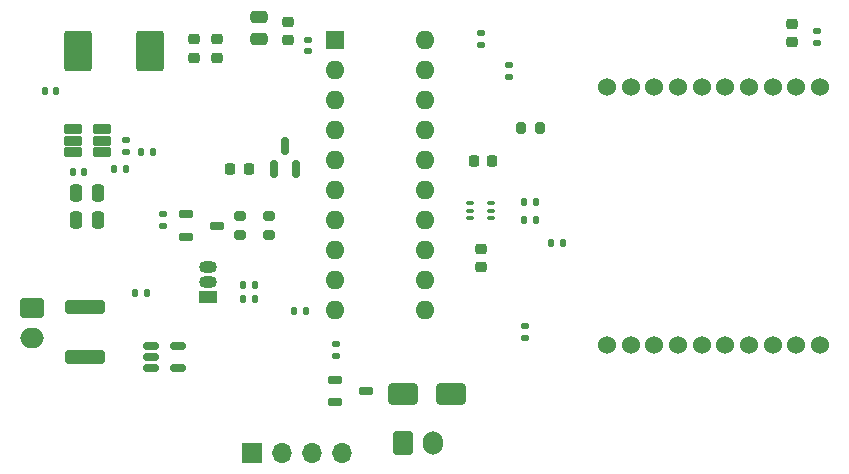
<source format=gts>
G04 #@! TF.GenerationSoftware,KiCad,Pcbnew,8.0.6*
G04 #@! TF.CreationDate,2025-02-16T16:22:00-07:00*
G04 #@! TF.ProjectId,PACS_1.0,50414353-5f31-42e3-902e-6b696361645f,rev?*
G04 #@! TF.SameCoordinates,Original*
G04 #@! TF.FileFunction,Soldermask,Top*
G04 #@! TF.FilePolarity,Negative*
%FSLAX46Y46*%
G04 Gerber Fmt 4.6, Leading zero omitted, Abs format (unit mm)*
G04 Created by KiCad (PCBNEW 8.0.6) date 2025-02-16 16:22:00*
%MOMM*%
%LPD*%
G01*
G04 APERTURE LIST*
G04 Aperture macros list*
%AMRoundRect*
0 Rectangle with rounded corners*
0 $1 Rounding radius*
0 $2 $3 $4 $5 $6 $7 $8 $9 X,Y pos of 4 corners*
0 Add a 4 corners polygon primitive as box body*
4,1,4,$2,$3,$4,$5,$6,$7,$8,$9,$2,$3,0*
0 Add four circle primitives for the rounded corners*
1,1,$1+$1,$2,$3*
1,1,$1+$1,$4,$5*
1,1,$1+$1,$6,$7*
1,1,$1+$1,$8,$9*
0 Add four rect primitives between the rounded corners*
20,1,$1+$1,$2,$3,$4,$5,0*
20,1,$1+$1,$4,$5,$6,$7,0*
20,1,$1+$1,$6,$7,$8,$9,0*
20,1,$1+$1,$8,$9,$2,$3,0*%
G04 Aperture macros list end*
%ADD10R,1.500000X1.050000*%
%ADD11O,1.500000X1.050000*%
%ADD12RoundRect,0.140000X-0.140000X-0.170000X0.140000X-0.170000X0.140000X0.170000X-0.140000X0.170000X0*%
%ADD13RoundRect,0.135000X-0.135000X-0.185000X0.135000X-0.185000X0.135000X0.185000X-0.135000X0.185000X0*%
%ADD14R,1.600000X1.600000*%
%ADD15O,1.600000X1.600000*%
%ADD16RoundRect,0.200000X0.200000X0.275000X-0.200000X0.275000X-0.200000X-0.275000X0.200000X-0.275000X0*%
%ADD17RoundRect,0.150000X0.150000X-0.587500X0.150000X0.587500X-0.150000X0.587500X-0.150000X-0.587500X0*%
%ADD18RoundRect,0.135000X-0.185000X0.135000X-0.185000X-0.135000X0.185000X-0.135000X0.185000X0.135000X0*%
%ADD19RoundRect,0.225000X0.250000X-0.225000X0.250000X0.225000X-0.250000X0.225000X-0.250000X-0.225000X0*%
%ADD20RoundRect,0.075000X-0.250000X-0.075000X0.250000X-0.075000X0.250000X0.075000X-0.250000X0.075000X0*%
%ADD21RoundRect,0.135000X0.135000X0.185000X-0.135000X0.185000X-0.135000X-0.185000X0.135000X-0.185000X0*%
%ADD22RoundRect,0.250000X-0.250000X-0.475000X0.250000X-0.475000X0.250000X0.475000X-0.250000X0.475000X0*%
%ADD23R,1.700000X1.700000*%
%ADD24O,1.700000X1.700000*%
%ADD25RoundRect,0.225000X-0.225000X-0.250000X0.225000X-0.250000X0.225000X0.250000X-0.225000X0.250000X0*%
%ADD26RoundRect,0.250000X-0.750000X0.600000X-0.750000X-0.600000X0.750000X-0.600000X0.750000X0.600000X0*%
%ADD27O,2.000000X1.700000*%
%ADD28RoundRect,0.162500X-0.447500X-0.162500X0.447500X-0.162500X0.447500X0.162500X-0.447500X0.162500X0*%
%ADD29RoundRect,0.140000X0.140000X0.170000X-0.140000X0.170000X-0.140000X-0.170000X0.140000X-0.170000X0*%
%ADD30RoundRect,0.225000X-0.250000X0.225000X-0.250000X-0.225000X0.250000X-0.225000X0.250000X0.225000X0*%
%ADD31RoundRect,0.250000X1.000000X0.650000X-1.000000X0.650000X-1.000000X-0.650000X1.000000X-0.650000X0*%
%ADD32RoundRect,0.099250X-0.627750X-0.297750X0.627750X-0.297750X0.627750X0.297750X-0.627750X0.297750X0*%
%ADD33RoundRect,0.250000X-1.450000X0.312500X-1.450000X-0.312500X1.450000X-0.312500X1.450000X0.312500X0*%
%ADD34RoundRect,0.200000X0.275000X-0.200000X0.275000X0.200000X-0.275000X0.200000X-0.275000X-0.200000X0*%
%ADD35RoundRect,0.135000X0.185000X-0.135000X0.185000X0.135000X-0.185000X0.135000X-0.185000X-0.135000X0*%
%ADD36RoundRect,0.140000X-0.170000X0.140000X-0.170000X-0.140000X0.170000X-0.140000X0.170000X0.140000X0*%
%ADD37RoundRect,0.140000X0.170000X-0.140000X0.170000X0.140000X-0.170000X0.140000X-0.170000X-0.140000X0*%
%ADD38RoundRect,0.250000X-0.600000X-0.750000X0.600000X-0.750000X0.600000X0.750000X-0.600000X0.750000X0*%
%ADD39O,1.700000X2.000000*%
%ADD40RoundRect,0.250000X0.475000X-0.250000X0.475000X0.250000X-0.475000X0.250000X-0.475000X-0.250000X0*%
%ADD41RoundRect,0.235000X-0.940000X-1.465000X0.940000X-1.465000X0.940000X1.465000X-0.940000X1.465000X0*%
%ADD42C,1.524000*%
%ADD43RoundRect,0.150000X-0.512500X-0.150000X0.512500X-0.150000X0.512500X0.150000X-0.512500X0.150000X0*%
G04 APERTURE END LIST*
D10*
X160925000Y-96020000D03*
D11*
X160925000Y-94750000D03*
X160925000Y-93480000D03*
D12*
X149520000Y-85500000D03*
X150480000Y-85500000D03*
D13*
X168240000Y-97250000D03*
X169260000Y-97250000D03*
X189990000Y-91500000D03*
X191010000Y-91500000D03*
D14*
X171700000Y-74325000D03*
D15*
X171700000Y-76865000D03*
X171700000Y-79405000D03*
X171700000Y-81945000D03*
X171700000Y-84485000D03*
X171700000Y-87025000D03*
X171700000Y-89565000D03*
X171700000Y-92105000D03*
X171700000Y-94645000D03*
X171700000Y-97185000D03*
X179320000Y-97185000D03*
X179320000Y-94645000D03*
X179320000Y-92105000D03*
X179320000Y-89565000D03*
X179320000Y-87025000D03*
X179320000Y-84485000D03*
X179320000Y-81945000D03*
X179320000Y-79405000D03*
X179320000Y-76865000D03*
X179320000Y-74325000D03*
D16*
X189075000Y-81750000D03*
X187425000Y-81750000D03*
D17*
X166500000Y-85175000D03*
X168400000Y-85175000D03*
X167450000Y-83300000D03*
D18*
X171750000Y-99990000D03*
X171750000Y-101010000D03*
D19*
X167750000Y-74275000D03*
X167750000Y-72725000D03*
D20*
X183100000Y-88100000D03*
X183100000Y-88750000D03*
X183100000Y-89400000D03*
X184900000Y-89400000D03*
X184900000Y-88750000D03*
X184900000Y-88100000D03*
D21*
X154010000Y-85250000D03*
X152990000Y-85250000D03*
D22*
X149750000Y-87250000D03*
X151650000Y-87250000D03*
D23*
X164700000Y-109225000D03*
D24*
X167240000Y-109225000D03*
X169780000Y-109225000D03*
X172320000Y-109225000D03*
D18*
X184050000Y-73665000D03*
X184050000Y-74685000D03*
D25*
X183475000Y-84500000D03*
X185025000Y-84500000D03*
X162850000Y-85175000D03*
X164400000Y-85175000D03*
D21*
X155760000Y-95750000D03*
X154740000Y-95750000D03*
D26*
X146050000Y-97000000D03*
D27*
X146050000Y-99500000D03*
D28*
X159080000Y-89050000D03*
X159080000Y-90950000D03*
X161700000Y-90000000D03*
D29*
X148080000Y-78600000D03*
X147120000Y-78600000D03*
D19*
X184070000Y-93525000D03*
X184070000Y-91975000D03*
D18*
X187750000Y-98540000D03*
X187750000Y-99560000D03*
D30*
X161750000Y-74225000D03*
X161750000Y-75775000D03*
D31*
X181500000Y-104250000D03*
X177500000Y-104250000D03*
D32*
X149490000Y-81850000D03*
X149490000Y-82800000D03*
X149490000Y-83750000D03*
X152000000Y-83750000D03*
X152000000Y-82800000D03*
X152000000Y-81850000D03*
D19*
X210400000Y-74450000D03*
X210400000Y-72900000D03*
D33*
X150500000Y-96862500D03*
X150500000Y-101137500D03*
D30*
X159750000Y-74225000D03*
X159750000Y-75775000D03*
D21*
X188760000Y-89500000D03*
X187740000Y-89500000D03*
D34*
X166140000Y-90825000D03*
X166140000Y-89175000D03*
D35*
X157140000Y-90010000D03*
X157140000Y-88990000D03*
D22*
X149750000Y-89500000D03*
X151650000Y-89500000D03*
D36*
X169400000Y-74295000D03*
X169400000Y-75255000D03*
D34*
X163640000Y-90825000D03*
X163640000Y-89175000D03*
D37*
X212550000Y-74505000D03*
X212550000Y-73545000D03*
D13*
X163880000Y-95000000D03*
X164900000Y-95000000D03*
D21*
X164900000Y-96250000D03*
X163880000Y-96250000D03*
X188760000Y-88000000D03*
X187740000Y-88000000D03*
D38*
X177500000Y-108450000D03*
D39*
X180000000Y-108450000D03*
D28*
X171690000Y-103050000D03*
X171690000Y-104950000D03*
X174310000Y-104000000D03*
D40*
X165250000Y-74200000D03*
X165250000Y-72300000D03*
D41*
X149975000Y-75250000D03*
X156025000Y-75250000D03*
D13*
X155290000Y-83750000D03*
X156310000Y-83750000D03*
D42*
X212750000Y-78250000D03*
X210750000Y-78250000D03*
X208750000Y-78250000D03*
X206750000Y-78250000D03*
X204750000Y-78250000D03*
X202750000Y-78250000D03*
X200750000Y-78250000D03*
X198750000Y-78250000D03*
X196750000Y-78250000D03*
X194750000Y-78250000D03*
X194750000Y-100094000D03*
X196750000Y-100094000D03*
X198750000Y-100094000D03*
X200750000Y-100094000D03*
X202750000Y-100094000D03*
X204750000Y-100094000D03*
X206750000Y-100094000D03*
X208750000Y-100094000D03*
X210750000Y-100094000D03*
X212750000Y-100094000D03*
D35*
X186450000Y-77460000D03*
X186450000Y-76440000D03*
D43*
X156112500Y-100175000D03*
X156112500Y-101125000D03*
X156112500Y-102075000D03*
X158387500Y-102075000D03*
X158387500Y-100175000D03*
D35*
X154000000Y-83760000D03*
X154000000Y-82740000D03*
M02*

</source>
